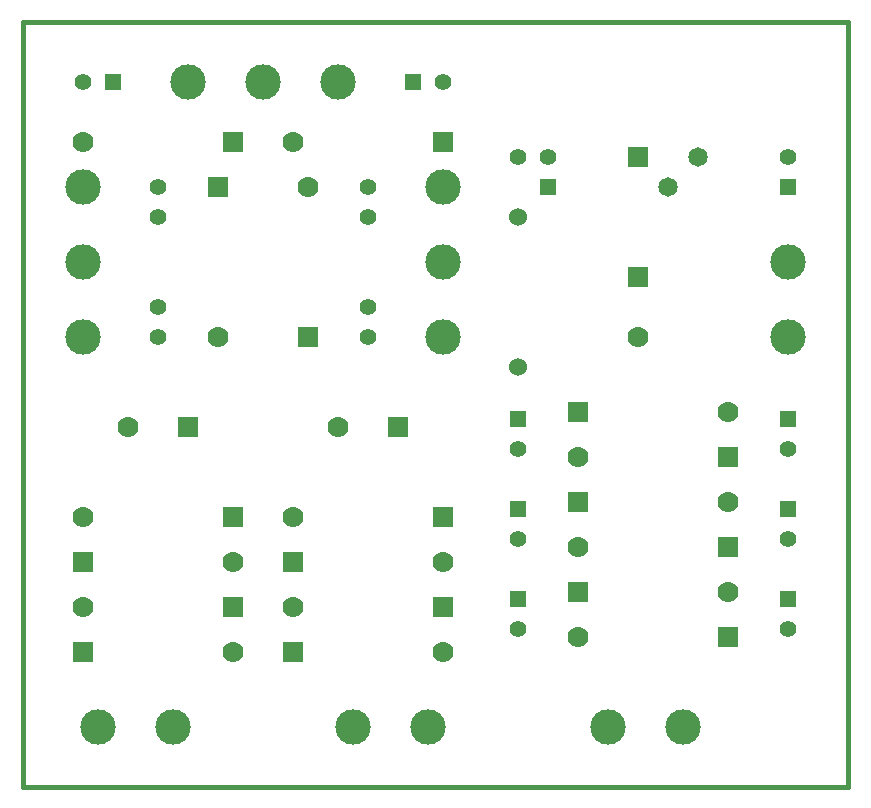
<source format=gbr>
G04 #@! TF.FileFunction,Copper,L1,Top,Signal*
%FSLAX46Y46*%
G04 Gerber Fmt 4.6, Leading zero omitted, Abs format (unit mm)*
G04 Created by KiCad (PCBNEW 4.0.5+dfsg1-4+deb9u1) date Mon Sep 26 08:45:25 2022*
%MOMM*%
%LPD*%
G01*
G04 APERTURE LIST*
%ADD10C,0.100000*%
%ADD11C,0.381000*%
%ADD12C,2.999740*%
%ADD13C,1.397000*%
%ADD14R,1.397000X1.397000*%
%ADD15R,1.778000X1.778000*%
%ADD16C,1.778000*%
%ADD17C,1.524000*%
%ADD18C,1.651000*%
%ADD19R,1.651000X1.651000*%
G04 APERTURE END LIST*
D10*
D11*
X182245000Y-68580000D02*
X112395000Y-68580000D01*
X182245000Y-92710000D02*
X182245000Y-68580000D01*
X182245000Y-133350000D02*
X182245000Y-92710000D01*
X112395000Y-133350000D02*
X182245000Y-133350000D01*
X112395000Y-68580000D02*
X112395000Y-133350000D01*
D12*
X177165000Y-95250000D03*
X177165000Y-88900000D03*
X126365000Y-73660000D03*
X132715000Y-73660000D03*
X139065000Y-73660000D03*
X147955000Y-95250000D03*
X147955000Y-88900000D03*
X147955000Y-82550000D03*
X147955000Y-82550000D03*
X147955000Y-88900000D03*
X147955000Y-95250000D03*
X117475000Y-95250000D03*
X117475000Y-88900000D03*
X117475000Y-82550000D03*
X117475000Y-82550000D03*
X161925000Y-128270000D03*
X168275000Y-128270000D03*
X146685000Y-128270000D03*
X140335000Y-128270000D03*
X125095000Y-128270000D03*
X118745000Y-128270000D03*
X117475000Y-88900000D03*
X117475000Y-95250000D03*
D13*
X123825000Y-95250000D03*
X123825000Y-92710000D03*
X123825000Y-82550000D03*
X123825000Y-85090000D03*
X141605000Y-82550000D03*
X141605000Y-85090000D03*
X141605000Y-95250000D03*
X141605000Y-92710000D03*
D14*
X177165000Y-102235000D03*
D13*
X177165000Y-104775000D03*
D14*
X120015000Y-73660000D03*
D13*
X117475000Y-73660000D03*
D14*
X145415000Y-73660000D03*
D13*
X147955000Y-73660000D03*
D14*
X177165000Y-117475000D03*
D13*
X177165000Y-120015000D03*
D14*
X154305000Y-117475000D03*
D13*
X154305000Y-120015000D03*
D14*
X177165000Y-109855000D03*
D13*
X177165000Y-112395000D03*
D14*
X154305000Y-109855000D03*
D13*
X154305000Y-112395000D03*
D14*
X154305000Y-102235000D03*
D13*
X154305000Y-104775000D03*
D15*
X144145000Y-102870000D03*
D16*
X139065000Y-102870000D03*
D15*
X126365000Y-102870000D03*
D16*
X121285000Y-102870000D03*
X130175000Y-114300000D03*
D15*
X117475000Y-114300000D03*
D16*
X117475000Y-118110000D03*
D15*
X130175000Y-118110000D03*
D16*
X136525000Y-82550000D03*
D15*
X136525000Y-95250000D03*
D16*
X117475000Y-110490000D03*
D15*
X130175000Y-110490000D03*
D16*
X128905000Y-95250000D03*
D15*
X128905000Y-82550000D03*
D16*
X117475000Y-78740000D03*
D15*
X130175000Y-78740000D03*
D16*
X135255000Y-110490000D03*
D15*
X147955000Y-110490000D03*
D16*
X147955000Y-114300000D03*
D15*
X135255000Y-114300000D03*
D16*
X130175000Y-121920000D03*
D15*
X117475000Y-121920000D03*
D16*
X135255000Y-118110000D03*
D15*
X147955000Y-118110000D03*
D16*
X147955000Y-121920000D03*
D15*
X135255000Y-121920000D03*
D17*
X154305000Y-85090000D03*
X154305000Y-97790000D03*
D18*
X169545000Y-80010000D03*
X167005000Y-82550000D03*
D19*
X164465000Y-80010000D03*
D14*
X156845000Y-82550000D03*
D13*
X156845000Y-80010000D03*
X154305000Y-80010000D03*
D16*
X159385000Y-105410000D03*
D15*
X172085000Y-105410000D03*
D16*
X172085000Y-109220000D03*
D15*
X159385000Y-109220000D03*
D16*
X159385000Y-113030000D03*
D15*
X172085000Y-113030000D03*
D16*
X172085000Y-116840000D03*
D15*
X159385000Y-116840000D03*
D16*
X159385000Y-120650000D03*
D15*
X172085000Y-120650000D03*
D16*
X135255000Y-78740000D03*
D15*
X147955000Y-78740000D03*
D16*
X172085000Y-101600000D03*
D15*
X159385000Y-101600000D03*
X164465000Y-90170000D03*
D16*
X164465000Y-95250000D03*
D14*
X177165000Y-82550000D03*
D13*
X177165000Y-80010000D03*
M02*

</source>
